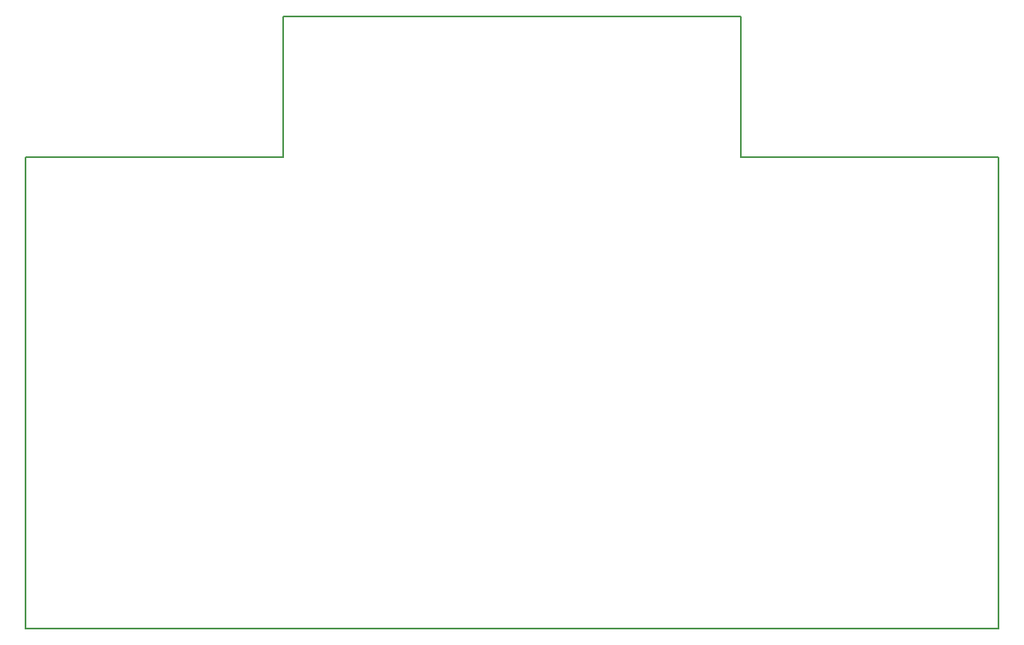
<source format=gm1>
G04 #@! TF.FileFunction,Profile,NP*
%FSLAX46Y46*%
G04 Gerber Fmt 4.6, Leading zero omitted, Abs format (unit mm)*
G04 Created by KiCad (PCBNEW 4.0.4+dfsg1-stable) date Thu May 11 11:55:51 2017*
%MOMM*%
%LPD*%
G01*
G04 APERTURE LIST*
%ADD10C,0.100000*%
%ADD11C,0.150000*%
G04 APERTURE END LIST*
D10*
D11*
X119983000Y-46858000D02*
X119983000Y-46658000D01*
X167033000Y-46858000D02*
X167033000Y-46658000D01*
X193583000Y-46858000D02*
X167033000Y-46858000D01*
X193583000Y-46948000D02*
X193583000Y-46858000D01*
X193583000Y-95408000D02*
X193583000Y-46948000D01*
X93433000Y-95408000D02*
X193583000Y-95408000D01*
X93433000Y-46858000D02*
X93433000Y-95408000D01*
X119983000Y-46868000D02*
X93433000Y-46858000D01*
X167033000Y-32358000D02*
X167033000Y-46658000D01*
X119983000Y-32358000D02*
X167033000Y-32358000D01*
X119983000Y-46658000D02*
X119983000Y-32358000D01*
X193583000Y-95408000D02*
X93433000Y-95408000D01*
X143515000Y-32370000D02*
X167015000Y-32370000D01*
M02*

</source>
